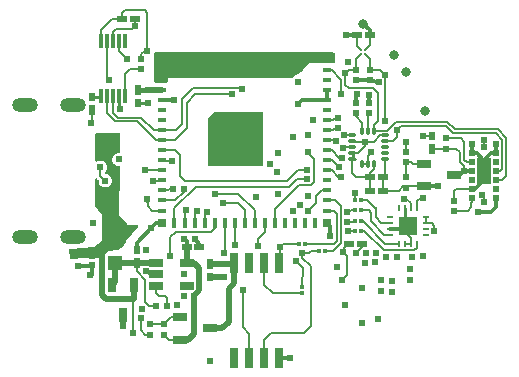
<source format=gtl>
G04 Layer: TopLayer*
G04 Panelize: , Column: 1, Row: 1, Board Size: 43.14mm x 33.02mm, Panelized Board Size: 43.14mm x 33.02mm*
G04 EasyEDA v6.5.42, 2024-06-18 11:53:45*
G04 3ed26e891263433bbece19e77b9ceb9f,9a4ed40c0dd746429eaf55b84663d2fb,10*
G04 Gerber Generator version 0.2*
G04 Scale: 100 percent, Rotated: No, Reflected: No *
G04 Dimensions in millimeters *
G04 leading zeros omitted , absolute positions ,4 integer and 5 decimal *
%FSLAX45Y45*%
%MOMM*%

%AMMACRO1*21,1,$1,$2,0,0,$3*%
%AMMACRO2*4,1,4,-0.2,0.4001,0.2,0.4001,0.2,-0.4001,-0.2,-0.4001,-0.2,0.4001,0*%
%AMMACRO3*4,1,4,-0.1999,0.4001,0.1999,0.4001,0.1999,-0.4001,-0.1999,-0.4001,-0.1999,0.4001,0*%
%ADD10C,0.2000*%
%ADD11C,0.5000*%
%ADD12C,0.1600*%
%ADD13C,0.3000*%
%ADD14C,0.2110*%
%ADD15C,0.2960*%
%ADD16C,0.4648*%
%ADD17C,0.2620*%
%ADD18C,0.2030*%
%ADD19C,0.3130*%
%ADD20C,0.2616*%
%ADD21R,1.1999X1.1999*%
%ADD22R,1.2500X0.7000*%
%ADD23MACRO1,0.54X0.5656X0.0000*%
%ADD24R,0.5400X0.5657*%
%ADD25R,1.2000X1.2000*%
%ADD26MACRO1,0.54X0.7901X0.0000*%
%ADD27R,0.5400X0.7901*%
%ADD28R,0.7112X1.7406*%
%ADD29MACRO1,0.54X0.5656X-90.0000*%
%ADD30R,0.7000X1.2500*%
%ADD31MACRO1,0.324X0.3031X-90.0000*%
%ADD32MACRO1,0.6223X1.1049X-90.0000*%
%ADD33MACRO1,0.54X0.7901X90.0000*%
%ADD34R,0.6000X0.5000*%
%ADD35R,0.3000X1.3000*%
%ADD36MACRO1,0.54X0.7901X-90.0000*%
%ADD37R,0.2500X0.6000*%
%ADD38R,0.6000X0.2500*%
%ADD39R,1.5000X1.5000*%
%ADD40MACRO1,0.324X0.3031X0.0000*%
%ADD41R,0.3240X0.3031*%
%ADD42O,0.7999984X0.2800096*%
%ADD43O,0.2800096X0.7999984*%
%ADD44R,0.8001X0.8001*%
%ADD45MACRO2*%
%ADD46MACRO3*%
%ADD47R,0.8001X0.4001*%
%ADD48R,0.5000X0.5000*%
%ADD49R,1.2000X2.3160*%
%ADD50O,2.1999956000000003X1.1999976*%
%ADD51C,0.8000*%
%ADD52C,0.6096*%
%ADD53C,0.6200*%
%ADD54C,0.0132*%

%LPD*%
G36*
X-459435Y1491538D02*
G01*
X-463296Y1492250D01*
X-466598Y1494434D01*
X-468833Y1497685D01*
X-469646Y1501597D01*
X-471271Y1660347D01*
X-470306Y1665833D01*
X-470306Y1737868D01*
X-469544Y1741728D01*
X-467309Y1745030D01*
X-464007Y1747266D01*
X-460146Y1748028D01*
X1048359Y1748028D01*
X1052271Y1747266D01*
X1055522Y1745030D01*
X1057757Y1741728D01*
X1058519Y1737868D01*
X1058519Y1668627D01*
X1057757Y1664766D01*
X1055573Y1661464D01*
X1052322Y1659280D01*
X1048512Y1658467D01*
X839114Y1655825D01*
X837184Y1654962D01*
X793140Y1596034D01*
X790549Y1593596D01*
X732586Y1555699D01*
X729640Y1554378D01*
X726541Y1553565D01*
X717651Y1549400D01*
X709625Y1543812D01*
X701802Y1535887D01*
X699363Y1534007D01*
X696722Y1532788D01*
X693826Y1532331D01*
X-120243Y1531315D01*
X-355955Y1529283D01*
X-356971Y1528318D01*
X-356311Y1502562D01*
X-356971Y1498600D01*
X-359156Y1495247D01*
X-362458Y1492961D01*
X-366369Y1492148D01*
G37*

%LPD*%
G36*
X-3759Y787349D02*
G01*
X-7670Y788111D01*
X-10922Y790295D01*
X-13157Y793597D01*
X-13919Y797509D01*
X-13919Y1181912D01*
X-13157Y1185824D01*
X-10922Y1189075D01*
X41503Y1241552D01*
X44805Y1243787D01*
X48717Y1244549D01*
X444550Y1244549D01*
X448462Y1243787D01*
X451713Y1241552D01*
X453948Y1238250D01*
X454710Y1234389D01*
X454710Y797509D01*
X453948Y793597D01*
X451713Y790295D01*
X448462Y788111D01*
X444550Y787349D01*
G37*

%LPD*%
G36*
X-1174445Y1219D02*
G01*
X-1178356Y1828D01*
X-1181760Y3860D01*
X-1184097Y7112D01*
X-1185011Y10972D01*
X-1187551Y76504D01*
X-1186942Y80365D01*
X-1184960Y83718D01*
X-1181862Y86055D01*
X-1178102Y87020D01*
X-978611Y100787D01*
X-977239Y101142D01*
X-913536Y150774D01*
X-912469Y152552D01*
X-910590Y371652D01*
X-910945Y373126D01*
X-966978Y448665D01*
X-968451Y451510D01*
X-969010Y454710D01*
X-969010Y671474D01*
X-968197Y675487D01*
X-965860Y678840D01*
X-962406Y680974D01*
X-958342Y681583D01*
X-954379Y680567D01*
X-950163Y676910D01*
X-943406Y670153D01*
X-941019Y666445D01*
X-939647Y651865D01*
X-937107Y642416D01*
X-932942Y633476D01*
X-927303Y625449D01*
X-920394Y618490D01*
X-912317Y612851D01*
X-903427Y608736D01*
X-893927Y606196D01*
X-884123Y605332D01*
X-874369Y606196D01*
X-864869Y608736D01*
X-855980Y612851D01*
X-847902Y618490D01*
X-840994Y625449D01*
X-835355Y633476D01*
X-831189Y642416D01*
X-828649Y651865D01*
X-827786Y661670D01*
X-828649Y671474D01*
X-831189Y680923D01*
X-835355Y689864D01*
X-840994Y697890D01*
X-847902Y704850D01*
X-855980Y710488D01*
X-864869Y714603D01*
X-874369Y717143D01*
X-879856Y717651D01*
X-883462Y718667D01*
X-886460Y720902D01*
X-888441Y724103D01*
X-889152Y728776D01*
X-888390Y732688D01*
X-886155Y735990D01*
X-881887Y740257D01*
X-876249Y748284D01*
X-872083Y757224D01*
X-869543Y766673D01*
X-868680Y776478D01*
X-869543Y786282D01*
X-872083Y795731D01*
X-876249Y804672D01*
X-881887Y812698D01*
X-888796Y819658D01*
X-896874Y825296D01*
X-905764Y829411D01*
X-915263Y831951D01*
X-925017Y832815D01*
X-934821Y831951D01*
X-944321Y829411D01*
X-953211Y825296D01*
X-957275Y823671D01*
X-961644Y823925D01*
X-965504Y825957D01*
X-968146Y829411D01*
X-969060Y833678D01*
X-969111Y1036116D01*
X-969365Y1056182D01*
X-968603Y1060145D01*
X-966419Y1063498D01*
X-963066Y1065682D01*
X-959103Y1066444D01*
X-767080Y1064869D01*
X-763168Y1064056D01*
X-759917Y1061821D01*
X-757732Y1058519D01*
X-757021Y1054608D01*
X-757275Y1031900D01*
X-757021Y1030681D01*
X-758291Y908913D01*
X-759002Y905256D01*
X-761034Y902055D01*
X-764032Y899871D01*
X-767638Y898906D01*
X-778916Y897991D01*
X-788365Y895451D01*
X-797255Y891336D01*
X-805332Y885698D01*
X-812241Y878738D01*
X-817880Y870712D01*
X-822045Y861771D01*
X-824585Y852322D01*
X-825449Y842518D01*
X-824585Y832713D01*
X-822045Y823264D01*
X-817880Y814324D01*
X-812241Y806297D01*
X-805332Y799338D01*
X-797255Y793699D01*
X-788365Y789584D01*
X-778865Y787044D01*
X-768959Y786180D01*
X-765352Y785114D01*
X-762355Y782878D01*
X-760374Y779627D01*
X-759714Y775919D01*
X-763981Y369062D01*
X-763524Y367436D01*
X-702208Y293065D01*
X-700430Y289864D01*
X-699922Y285597D01*
X-617321Y286105D01*
X-613562Y285445D01*
X-610311Y283413D01*
X-608076Y280314D01*
X-607110Y276656D01*
X-607568Y272846D01*
X-609396Y269494D01*
X-705408Y152806D01*
X-705713Y145592D01*
X-706374Y142443D01*
X-707948Y139649D01*
X-743458Y95707D01*
X-746963Y92913D01*
X-751281Y91897D01*
X-762304Y91795D01*
X-779627Y74523D01*
X-782878Y72390D01*
X-786638Y71577D01*
X-858570Y70510D01*
X-859282Y63398D01*
X-860399Y59690D01*
X-862787Y56692D01*
X-866089Y54813D01*
X-872845Y52476D01*
X-877722Y49428D01*
X-881786Y45313D01*
X-884885Y40436D01*
X-886764Y34950D01*
X-887476Y28702D01*
X-888746Y24892D01*
X-891336Y21793D01*
X-894943Y20015D01*
X-951585Y4724D01*
X-954430Y4368D01*
X-1053744Y6350D01*
G37*

%LPD*%
G36*
X217271Y1226108D02*
G01*
X157276Y1166114D01*
X157276Y1106119D01*
X277266Y1106119D01*
X277266Y1226108D01*
G37*
D10*
X-450263Y-401988D02*
G01*
X-455089Y-397162D01*
X-513509Y-397162D01*
X-544497Y-366174D01*
X-544497Y-179230D01*
X-618919Y-104808D01*
X-618919Y-34958D01*
D11*
X-639493Y-221140D02*
G01*
X-639493Y-338996D01*
X-876221Y-338996D01*
X-911019Y-304198D01*
X-911019Y62831D01*
D10*
X-455879Y-130741D02*
G01*
X-511858Y-130741D01*
X-536089Y-106509D01*
X466930Y304388D02*
G01*
X466930Y226661D01*
X408891Y168622D01*
X408891Y104995D01*
D12*
X783414Y-241460D02*
G01*
X788240Y-77884D01*
X731344Y-17432D01*
X832792Y402302D02*
G01*
X903902Y473412D01*
X903902Y536120D01*
X946988Y579211D01*
X997031Y579211D01*
X926238Y68092D02*
G01*
X861001Y68092D01*
X845101Y52189D01*
X785700Y52189D01*
D13*
X589193Y-836924D02*
G01*
X590908Y-835210D01*
X680392Y-835210D01*
D10*
X-992883Y1258155D02*
G01*
X-992883Y1161034D01*
X-1001778Y1152136D01*
X127081Y304388D02*
G01*
X127081Y50566D01*
X125402Y48887D01*
D13*
X2427450Y893958D02*
G01*
X2385456Y895601D01*
X2318148Y828294D01*
X2318148Y817869D01*
X2217465Y893958D02*
G01*
X2260488Y893574D01*
X2318148Y835913D01*
X2318148Y817869D01*
X2217465Y968961D02*
G01*
X2217465Y893958D01*
X2217465Y593958D02*
G01*
X2250071Y594360D01*
X2321956Y666244D01*
X2321956Y742939D01*
X2427450Y968961D02*
G01*
X2427450Y893958D01*
D12*
X2427437Y668873D02*
G01*
X2478001Y668873D01*
X2508387Y699254D01*
X2508387Y1011425D01*
D13*
X2217460Y743958D02*
G01*
X2215019Y746396D01*
X2153998Y746396D01*
D12*
X2322469Y478962D02*
G01*
X2322469Y529336D01*
X2308202Y543603D01*
X2322469Y1008959D02*
G01*
X2322469Y944585D01*
X2321384Y943500D01*
D11*
X-523669Y1429351D02*
G01*
X-403019Y1429351D01*
D13*
X1352359Y1320380D02*
G01*
X1346964Y1325775D01*
X1346964Y1389118D01*
X997005Y304325D02*
G01*
X1021793Y279539D01*
X1021793Y189603D01*
D10*
X1391879Y804631D02*
G01*
X1391879Y763483D01*
X1354581Y726186D01*
X1358574Y722193D01*
X1358574Y689564D01*
D12*
X-403019Y919319D02*
G01*
X-292275Y919319D01*
X-250111Y877409D01*
X-250111Y700879D01*
X-209217Y659731D01*
X651842Y659731D01*
X825908Y756607D02*
G01*
X748710Y756607D01*
X651837Y659734D01*
D13*
X-495297Y261612D02*
G01*
X-452584Y304325D01*
X-402993Y304325D01*
X-618919Y74007D02*
G01*
X-618919Y137990D01*
X-495297Y261612D01*
X-997884Y-52230D02*
G01*
X-999162Y-137068D01*
X-1000841Y-135389D01*
X-1013711Y-135389D01*
X-997965Y-52196D02*
G01*
X-1002017Y-56248D01*
X-1117856Y-56248D01*
D10*
X1481902Y1044608D02*
G01*
X1445166Y1044608D01*
X1393256Y992700D01*
X1313690Y992700D01*
X1358470Y689449D02*
G01*
X1356438Y572355D01*
D13*
X1248234Y1893917D02*
G01*
X1157556Y1892139D01*
X1247726Y1391759D02*
G01*
X1235270Y1379303D01*
X1235270Y1319126D01*
X1236550Y1514949D02*
G01*
X1356438Y1514695D01*
X997005Y1344330D02*
G01*
X784016Y1344330D01*
X749302Y1309616D01*
X997000Y1429318D02*
G01*
X997000Y1344330D01*
X1300612Y1991888D02*
G01*
X1357320Y1935180D01*
X1357320Y1893945D01*
D12*
X1291922Y1084673D02*
G01*
X1291922Y1150967D01*
X1235280Y1207609D01*
X1235280Y1232501D01*
X1232639Y497070D02*
G01*
X1232689Y497121D01*
X1232689Y553788D01*
X1114808Y1399786D02*
G01*
X1114808Y1518584D01*
X1034115Y1599277D01*
X997031Y1599277D01*
X-402993Y834321D02*
G01*
X-401530Y832858D01*
X-318767Y832858D01*
X-816785Y1377027D02*
G01*
X-816785Y1237581D01*
X-775383Y1196433D01*
X-581835Y1196433D01*
X-474901Y1089245D01*
X-403019Y1089245D01*
D10*
X297007Y304325D02*
G01*
X297007Y414309D01*
X241170Y470146D01*
X113286Y470146D01*
X381988Y304325D02*
G01*
X381988Y411767D01*
X243268Y550486D01*
X47398Y550486D01*
D12*
X-403019Y749393D02*
G01*
X-545259Y748377D01*
X-403019Y664303D02*
G01*
X-406118Y661205D01*
X-478203Y661205D01*
X1230866Y239034D02*
G01*
X1228831Y236999D01*
X1170586Y236999D01*
X1230096Y318023D02*
G01*
X1225882Y313809D01*
X1165202Y313809D01*
D11*
X-196009Y-35720D02*
G01*
X-195501Y99661D01*
X-734387Y-471177D02*
G01*
X-734387Y-567623D01*
X-734113Y-567900D01*
D10*
X-884171Y661662D02*
G01*
X-925070Y702561D01*
X-925070Y720846D01*
X-925070Y776475D01*
D12*
X1356438Y1601307D02*
G01*
X1440667Y1601307D01*
X1486486Y1555488D01*
X1486489Y1555485D01*
X1486489Y1170122D01*
X1303393Y804585D02*
G01*
X1303446Y804638D01*
X1341884Y804638D01*
X1341884Y1084623D02*
G01*
X1341884Y1223332D01*
X1352359Y1233807D01*
X1318265Y1771528D02*
G01*
X1357320Y1810583D01*
X1357320Y1893945D01*
X1278285Y1771528D02*
G01*
X1248303Y1801510D01*
X1248303Y1893945D01*
X1278285Y1731548D02*
G01*
X1236553Y1689816D01*
X1236553Y1601525D01*
X1318265Y1731548D02*
G01*
X1356441Y1693372D01*
X1356441Y1601271D01*
D13*
X-304975Y1344007D02*
G01*
X-403019Y1344261D01*
D12*
X-402996Y1089314D02*
G01*
X-288719Y1089314D01*
D10*
X-916861Y1847181D02*
G01*
X-916861Y1939129D01*
X-825675Y2030061D01*
X-740331Y2030061D01*
X-740331Y2030061D02*
G01*
X-740331Y2083909D01*
X-714169Y2109817D01*
X-551609Y2109817D01*
X-526463Y2084671D01*
X-526463Y1764123D01*
X-816785Y1847181D02*
G01*
X-816785Y1924397D01*
X-793417Y1947765D01*
X-656003Y1947765D01*
X-631111Y1972657D01*
X-631111Y1972657D02*
G01*
X-631111Y1972657D01*
X-631111Y2030061D01*
X-578025Y1691225D02*
G01*
X-578025Y1734151D01*
X-548053Y1764123D01*
X-526463Y1764123D01*
X-766780Y1847103D02*
G01*
X-766780Y1758569D01*
X-698700Y1690489D01*
D14*
X-716760Y1377104D02*
G01*
X-716760Y1563773D01*
X-675896Y1604637D01*
X-578004Y1604637D01*
D15*
X-520113Y1319979D02*
G01*
X-521004Y1320871D01*
X-606976Y1320871D01*
D16*
X-523669Y1429453D02*
G01*
X-524073Y1429857D01*
X-606976Y1429857D01*
D17*
X-992883Y1367172D02*
G01*
X-926693Y1367172D01*
X-916762Y1377104D01*
X-766767Y1377104D02*
G01*
X-766767Y1273771D01*
X-758111Y1265115D01*
D18*
X-455851Y-225712D02*
G01*
X-456359Y-285910D01*
X-429689Y-312580D01*
X-381175Y-312580D01*
X-363903Y-330106D01*
X-363903Y-401988D01*
D10*
X42014Y304337D02*
G01*
X41394Y258003D01*
X14097Y230698D01*
X-288594Y230698D01*
X-334210Y185084D01*
X-334210Y27602D01*
D11*
X-455851Y-35720D02*
G01*
X-618919Y-34958D01*
X-618995Y-34958D02*
G01*
X-623237Y-30716D01*
X-801621Y-30716D01*
X-829383Y-221241D02*
G01*
X-801618Y-193476D01*
X-801618Y-30716D01*
D12*
X-332407Y1089245D02*
G01*
X-281099Y1089245D01*
X-232585Y1138013D01*
X-232585Y1353405D01*
X-137843Y1448147D01*
X269826Y1448147D01*
X277954Y1440019D01*
X-866823Y1378297D02*
G01*
X-866823Y1233771D01*
X-798243Y1165191D01*
X-615871Y1165191D01*
X-454835Y1004409D01*
X-291005Y1004409D01*
X-190421Y1104739D01*
X-190421Y1322163D01*
X-120825Y1391759D01*
X187784Y1391759D01*
D13*
X-86461Y99568D02*
G01*
X-86461Y126359D01*
X-127505Y167403D01*
X-213890Y167098D02*
G01*
X-213890Y167088D01*
X-195478Y148676D01*
X-195478Y99568D01*
D10*
X-866780Y1847103D02*
G01*
X-866780Y1526794D01*
X-853488Y1513502D01*
D12*
X2217470Y818967D02*
G01*
X2177127Y818967D01*
X2156998Y839096D01*
X2156998Y989995D01*
X2126912Y1020081D01*
X2004291Y1020081D01*
X1588340Y1088991D02*
G01*
X1622376Y1123027D01*
X1999566Y1123027D01*
X2060526Y1062067D01*
X2422222Y1062067D01*
X2476832Y1007457D01*
X2476832Y759807D01*
X2461084Y744059D01*
X2427556Y744059D01*
X1886028Y933797D02*
G01*
X2004392Y933543D01*
X1280947Y497070D02*
G01*
X1332936Y497070D01*
X1401894Y428106D01*
X1827618Y354284D02*
G01*
X1827618Y304302D01*
D17*
X1677624Y279082D02*
G01*
X1652597Y304078D01*
X1652597Y429094D01*
D19*
X1527606Y254284D02*
G01*
X1652846Y254284D01*
X1677624Y279082D01*
D12*
X1827740Y304355D02*
G01*
X1878291Y304355D01*
X1903199Y279450D01*
X1903199Y232503D01*
D10*
X1652770Y129087D02*
G01*
X1652770Y128295D01*
X1702777Y129095D01*
D12*
X1494751Y204271D02*
G01*
X1527520Y204271D01*
X1279222Y239107D02*
G01*
X1308940Y239107D01*
X1476072Y71975D01*
X1496392Y71975D01*
X1404444Y435703D02*
G01*
X1404444Y351375D01*
X1451180Y304385D01*
X1527634Y304385D01*
X1602818Y129125D02*
G01*
X1486486Y129125D01*
X1297510Y318101D01*
X1278460Y318101D01*
D10*
X1465653Y572861D02*
G01*
X1599463Y572861D01*
X1641096Y614494D01*
X1815746Y614494D01*
D12*
X1663778Y689449D02*
G01*
X1661746Y816195D01*
X1815746Y804486D02*
G01*
X1718812Y804486D01*
X1707078Y816218D01*
X1661698Y816218D01*
X2217465Y518972D02*
G01*
X2215779Y438147D01*
X2067384Y406493D02*
G01*
X2183970Y406493D01*
X2215720Y438243D01*
X2217498Y593945D02*
G01*
X2087958Y593945D01*
X2067384Y573371D01*
X2067384Y493107D01*
X1732452Y71912D02*
G01*
X1752805Y92262D01*
X1752805Y129092D01*
X2004392Y933543D02*
G01*
X2087704Y933543D01*
X2115898Y905349D01*
X2115898Y820259D01*
X2153998Y782159D01*
X2153998Y746345D01*
D13*
X2427556Y519015D02*
G01*
X2427556Y442561D01*
X2384376Y399635D01*
X2273632Y399635D01*
X2153996Y746399D02*
G01*
X2117087Y709490D01*
X2065672Y709490D01*
X1815736Y614494D02*
G01*
X1930796Y614494D01*
D12*
X1661746Y902809D02*
G01*
X1659206Y991201D01*
X1229339Y410966D02*
G01*
X1196660Y410966D01*
X1179893Y394200D01*
X1165506Y394200D01*
D10*
X1202004Y894684D02*
G01*
X1255857Y894684D01*
X1313690Y952517D01*
X1313690Y992700D01*
D12*
X1496486Y71912D02*
G01*
X1732452Y71912D01*
X1702625Y429092D02*
G01*
X1702625Y470870D01*
X1664995Y508500D01*
X1644906Y508500D01*
X1752678Y428337D02*
G01*
X1752678Y488281D01*
X1772490Y508093D01*
X1806780Y511903D01*
X1277698Y411065D02*
G01*
X1345516Y411065D01*
X1365074Y391507D01*
X1365074Y316831D01*
X1477596Y204309D01*
X1527634Y204309D01*
X1177592Y129908D02*
G01*
X1127998Y80314D01*
X1127998Y56100D01*
X1128092Y55973D02*
G01*
X1163906Y20159D01*
X1163906Y-134018D01*
X1116916Y-181008D01*
X1286588Y129887D02*
G01*
X1286588Y96867D01*
X1236042Y46321D01*
D10*
X1702894Y129125D02*
G01*
X1701878Y178401D01*
X1677748Y202277D01*
X1677748Y278985D01*
X1886028Y1042763D02*
G01*
X1806780Y1042763D01*
X1358470Y689449D02*
G01*
X1240106Y691481D01*
X1202006Y729835D01*
X1202006Y844643D01*
X1341965Y804511D02*
G01*
X1341704Y870554D01*
X1368300Y897150D01*
X1368300Y907788D01*
X1465658Y572355D02*
G01*
X1467690Y689449D01*
X1467589Y689551D02*
G01*
X1481889Y703851D01*
X1481889Y844618D01*
D12*
X1391998Y1084673D02*
G01*
X1391998Y1131663D01*
X1425018Y1164937D01*
X1425018Y1406237D01*
X1385902Y1445607D01*
X1177622Y1445607D01*
X1148412Y1474817D01*
X1148412Y1573369D01*
X1176606Y1601563D01*
X1236550Y1601563D01*
D13*
X1356438Y1514695D02*
G01*
X1361236Y1509897D01*
X1393197Y1509897D01*
X1409697Y1493398D01*
X1431897Y1493398D01*
D12*
X783414Y-289720D02*
G01*
X532462Y-289720D01*
X462104Y-219616D01*
X462104Y-37752D01*
X785700Y52163D02*
G01*
X785700Y8729D01*
X854026Y-59596D01*
X854026Y-569374D01*
X797638Y-625762D01*
X520270Y-625762D01*
X462104Y-683928D01*
X462104Y-836836D01*
D11*
X-249763Y-683892D02*
G01*
X-186202Y-683892D01*
X-136192Y-633884D01*
X-136192Y-313799D01*
X-88806Y-266412D01*
X-88806Y-77101D01*
X-130081Y-35821D01*
X-195887Y-35821D01*
X208206Y-37879D02*
G01*
X205793Y-40292D01*
X4803Y-40292D01*
D12*
X281002Y-260764D02*
G01*
X281002Y-576994D01*
X337136Y-632874D01*
X337136Y-845472D01*
D10*
X-507591Y-555505D02*
G01*
X-506702Y-554616D01*
X-389102Y-554616D01*
X-389100Y-554616D02*
G01*
X-328391Y-493908D01*
X-282059Y-493908D01*
X-389100Y-641179D02*
G01*
X-346387Y-683892D01*
X-249763Y-683892D01*
X-507669Y-642015D02*
G01*
X-545683Y-642015D01*
X-581403Y-606295D01*
X-581403Y-502495D01*
D11*
X78Y-588932D02*
G01*
X101424Y-588932D01*
X159590Y-530766D01*
X159590Y-256700D01*
X208104Y-208186D01*
X208104Y-38006D01*
X4808Y-149308D02*
G01*
X4909Y-149410D01*
X124792Y-149410D01*
D10*
X-403019Y409287D02*
G01*
X-486331Y409287D01*
X-524431Y447387D01*
X-526463Y507331D01*
X-649805Y-624288D02*
G01*
X-649805Y-338996D01*
X1201882Y994620D02*
G01*
X1203802Y992700D01*
X1313690Y992700D01*
D12*
X1481914Y994757D02*
G01*
X1550240Y994757D01*
X1588340Y1032603D01*
X1588340Y1088991D01*
X2508328Y1011521D02*
G01*
X2508328Y1026761D01*
X2437462Y1097627D01*
X2074242Y1097627D01*
X2010742Y1161127D01*
X1581228Y1161127D01*
X1504774Y1084673D01*
X1391998Y1084673D01*
D20*
X1213436Y894681D02*
G01*
X1213436Y842865D01*
X1228676Y842865D01*
D12*
X-403019Y494377D02*
G01*
X-291513Y494377D01*
X-218615Y567275D01*
X-218615Y592421D01*
X-298119Y303877D02*
G01*
X-298119Y430575D01*
X-118000Y610707D01*
X674720Y610707D01*
X742617Y678604D01*
X825604Y678604D01*
X-213001Y304337D02*
G01*
X-213001Y395089D01*
X-196796Y411294D01*
X-127985Y304337D02*
G01*
X-127985Y384119D01*
X-106499Y405604D01*
X-25803Y392701D02*
G01*
X-43004Y375500D01*
X-43004Y304325D01*
X-403019Y579213D02*
G01*
X-353235Y579467D01*
X-343329Y589373D01*
X-307515Y589373D01*
D10*
X552020Y304385D02*
G01*
X552020Y419955D01*
X754204Y622139D01*
X854788Y622139D01*
X881966Y649317D01*
X881966Y844135D01*
X830150Y896205D01*
X830150Y903317D01*
D12*
X997005Y834321D02*
G01*
X1034971Y834321D01*
X1093802Y775489D01*
X1093802Y774590D01*
X997005Y919340D02*
G01*
X1032751Y919345D01*
X1096810Y855286D01*
X1116586Y855286D01*
X997005Y1004326D02*
G01*
X1069494Y1004326D01*
X1069494Y995088D01*
X1127686Y935702D02*
G01*
X1136599Y944615D01*
X1201882Y944615D01*
X1134950Y1052415D02*
G01*
X1142748Y1044618D01*
X1201879Y1044618D01*
X997005Y1089314D02*
G01*
X1043998Y1089306D01*
X1066187Y1111496D01*
X1087198Y1111496D01*
X997028Y1174335D02*
G01*
X1045288Y1174335D01*
X1059512Y1188559D01*
X1088722Y1188559D01*
X997028Y749393D02*
G01*
X1032334Y749393D01*
X1090500Y691227D01*
X1108280Y691227D01*
X804242Y128363D02*
G01*
X1054686Y128363D01*
X1077546Y151223D01*
X1077546Y383633D01*
X1051892Y409287D01*
X997028Y409287D01*
X594601Y-37800D02*
G01*
X594601Y102897D01*
X595505Y103802D01*
X594601Y102897D01*
X594601Y96319D01*
X594601Y103576D01*
X595505Y103802D02*
G01*
X620095Y128391D01*
X668083Y128391D01*
X755855Y128391D01*
D10*
X212702Y113987D02*
G01*
X211914Y114774D01*
X211914Y304388D01*
D12*
X997028Y494377D02*
G01*
X1062306Y494377D01*
X1110566Y446117D01*
X1110566Y132681D01*
X1046050Y68165D01*
X974422Y68165D01*
D21*
G01*
X52250Y1011953D03*
G01*
X52250Y846955D03*
G01*
X217248Y846955D03*
G01*
X382247Y846955D03*
G01*
X382247Y1011953D03*
G01*
X382247Y1176952D03*
G01*
X217248Y1176952D03*
G01*
X217248Y1011953D03*
D22*
G01*
X180Y-588906D03*
G01*
X-249781Y-683902D03*
G01*
X-249781Y-493910D03*
D23*
G01*
X-389100Y-554615D03*
D24*
G01*
X-389100Y-641179D03*
D23*
G01*
X-507598Y-642082D03*
D24*
G01*
X-507591Y-555505D03*
D25*
G01*
X-801621Y289196D03*
G01*
X-801621Y-30792D03*
D26*
G01*
X4800Y-40294D03*
D27*
G01*
X4803Y-149308D03*
D28*
G01*
X208206Y-836937D03*
G01*
X335206Y-836937D03*
G01*
X462206Y-836937D03*
G01*
X589206Y-836937D03*
G01*
X589206Y-37879D03*
G01*
X462206Y-37879D03*
G01*
X335206Y-37879D03*
G01*
X208206Y-37879D03*
D29*
G01*
X-450381Y-401998D03*
G01*
X-363815Y-401998D03*
D30*
G01*
X-734387Y-471177D03*
G01*
X-829383Y-221241D03*
G01*
X-639391Y-221241D03*
D31*
G01*
X1230937Y239107D03*
G01*
X1279248Y239107D03*
G01*
X1230175Y318101D03*
G01*
X1278486Y318101D03*
G01*
X1229413Y411065D03*
G01*
X1277724Y411065D03*
G01*
X1232715Y497171D03*
G01*
X1281026Y497171D03*
D26*
G01*
X-992886Y1258166D03*
D27*
G01*
X-992883Y1367172D03*
D32*
G01*
X-195879Y-225783D03*
G01*
X-195879Y-35834D03*
G01*
X-455884Y-35831D03*
G01*
X-455884Y-130746D03*
G01*
X-455881Y-225778D03*
D23*
G01*
X-1117854Y30328D03*
D24*
G01*
X-1117851Y-56243D03*
D33*
G01*
X-86464Y99568D03*
G01*
X-195474Y99568D03*
D26*
G01*
X-618997Y-34947D03*
D27*
G01*
X-618995Y74058D03*
D34*
G01*
X-997963Y-52204D03*
G01*
X-997963Y27805D03*
D35*
G01*
X-916759Y1377104D03*
G01*
X-866772Y1377104D03*
G01*
X-816785Y1377104D03*
G01*
X-766772Y1377104D03*
G01*
X-716760Y1377104D03*
G01*
X-716785Y1847080D03*
G01*
X-766772Y1847080D03*
G01*
X-816759Y1847080D03*
G01*
X-866772Y1847080D03*
G01*
X-916785Y1847080D03*
D36*
G01*
X1248305Y1893945D03*
G01*
X1357317Y1893945D03*
D26*
G01*
X-606978Y1429870D03*
D27*
G01*
X-606981Y1320868D03*
D37*
G01*
X1602767Y129100D03*
G01*
X1652780Y129100D03*
G01*
X1702767Y129100D03*
G01*
X1752780Y129100D03*
D38*
G01*
X1827608Y204284D03*
G01*
X1827608Y254297D03*
G01*
X1827608Y304284D03*
G01*
X1827608Y354296D03*
D37*
G01*
X1752627Y429099D03*
G01*
X1702615Y429099D03*
G01*
X1652628Y429099D03*
G01*
X1602767Y429099D03*
D38*
G01*
X1527609Y354296D03*
G01*
X1527609Y304284D03*
G01*
X1527609Y254297D03*
G01*
X1527609Y204284D03*
D39*
G01*
X1677621Y279087D03*
D23*
G01*
X-578022Y1691189D03*
D24*
G01*
X-578025Y1604611D03*
D33*
G01*
X1467589Y689564D03*
G01*
X1358577Y689564D03*
D23*
G01*
X1235268Y1232548D03*
D24*
G01*
X1235280Y1319115D03*
D23*
G01*
X1352362Y1233818D03*
D24*
G01*
X1352374Y1320385D03*
D33*
G01*
X1465557Y572470D03*
G01*
X1356545Y572470D03*
D31*
G01*
X926241Y68099D03*
G01*
X974552Y68099D03*
G01*
X755843Y128399D03*
G01*
X804153Y128399D03*
D40*
G01*
X783297Y-289653D03*
D41*
G01*
X783287Y-241333D03*
D42*
G01*
X1481889Y844618D03*
G01*
X1481889Y894631D03*
G01*
X1481889Y944618D03*
G01*
X1481889Y994630D03*
G01*
X1481889Y1044618D03*
D43*
G01*
X1391871Y1084623D03*
G01*
X1341884Y1084623D03*
G01*
X1291871Y1084623D03*
D42*
G01*
X1201879Y1044618D03*
G01*
X1201879Y994630D03*
G01*
X1201879Y944618D03*
G01*
X1201879Y894631D03*
G01*
X1201879Y844618D03*
D43*
G01*
X1291871Y804638D03*
G01*
X1341884Y804638D03*
G01*
X1391871Y804638D03*
D44*
G01*
X-402993Y1704306D03*
D45*
G01*
X-298000Y1704319D03*
G01*
X-212986Y1704319D03*
G01*
X-127998Y1704319D03*
G01*
X-42984Y1704319D03*
G01*
X42003Y1704319D03*
D46*
G01*
X127005Y1704319D03*
D45*
G01*
X212006Y1704319D03*
G01*
X382008Y1704319D03*
D46*
G01*
X297007Y1704319D03*
G01*
X467009Y1704319D03*
D45*
G01*
X552010Y1704319D03*
G01*
X636998Y1704319D03*
G01*
X722012Y1704319D03*
G01*
X807001Y1704319D03*
G01*
X892014Y1704319D03*
D44*
G01*
X997003Y1704306D03*
D47*
G01*
X997003Y1599303D03*
G01*
X997003Y1514314D03*
G01*
X997003Y1429326D03*
G01*
X997003Y1344312D03*
G01*
X997003Y1259298D03*
G01*
X997003Y1174310D03*
G01*
X997003Y1089296D03*
G01*
X997003Y1004333D03*
G01*
X997003Y919319D03*
G01*
X997003Y834306D03*
G01*
X997003Y749317D03*
G01*
X997003Y664303D03*
G01*
X997003Y579315D03*
G01*
X997003Y494301D03*
G01*
X997003Y409313D03*
D44*
G01*
X997003Y304309D03*
D45*
G01*
X892014Y304322D03*
G01*
X807001Y304322D03*
G01*
X722012Y304322D03*
G01*
X636998Y304322D03*
G01*
X552010Y304322D03*
D46*
G01*
X467009Y304322D03*
D45*
G01*
X382008Y304322D03*
D46*
G01*
X297007Y304322D03*
D45*
G01*
X212006Y304322D03*
D46*
G01*
X127005Y304322D03*
D45*
G01*
X42003Y304322D03*
G01*
X-42984Y304322D03*
G01*
X-127998Y304322D03*
G01*
X-212986Y304322D03*
G01*
X-298000Y304322D03*
D44*
G01*
X-402993Y304309D03*
D47*
G01*
X-402993Y409313D03*
G01*
X-402993Y494301D03*
G01*
X-402993Y579315D03*
G01*
X-402993Y664303D03*
G01*
X-402993Y749317D03*
G01*
X-402993Y834306D03*
G01*
X-402993Y919319D03*
G01*
X-402993Y1004333D03*
G01*
X-402993Y1089296D03*
G01*
X-402993Y1174310D03*
G01*
X-402993Y1259298D03*
G01*
X-402993Y1344312D03*
G01*
X-402993Y1429326D03*
G01*
X-402993Y1599303D03*
G01*
X-402993Y1514314D03*
D10*
G01*
X1318262Y1771515D03*
G01*
X1318262Y1731535D03*
G01*
X1278282Y1771515D03*
G01*
X1278282Y1731535D03*
D23*
G01*
X1236553Y1514961D03*
D24*
G01*
X1236550Y1601538D03*
D23*
G01*
X1356441Y1514707D03*
D24*
G01*
X1356438Y1601284D03*
D36*
G01*
X-740224Y2030176D03*
G01*
X-631212Y2030176D03*
D48*
G01*
X2217473Y518965D03*
G01*
X2217473Y593971D03*
G01*
X2217473Y668952D03*
G01*
X2217473Y743958D03*
G01*
X2217473Y818964D03*
G01*
X2217473Y893970D03*
G01*
X2217473Y968951D03*
G01*
X2322476Y478960D03*
D49*
G01*
X2322476Y743958D03*
D48*
G01*
X2322476Y1008956D03*
G01*
X2427455Y518965D03*
G01*
X2427455Y593971D03*
G01*
X2427455Y668952D03*
G01*
X2427455Y743958D03*
G01*
X2427455Y818964D03*
G01*
X2427455Y893970D03*
G01*
X2427455Y968951D03*
D22*
G01*
X2065657Y709490D03*
G01*
X1815721Y614494D03*
G01*
X1815721Y804486D03*
D36*
G01*
X1177592Y129900D03*
G01*
X1286603Y129900D03*
D23*
G01*
X1661695Y816215D03*
D24*
G01*
X1661695Y902784D03*
D23*
G01*
X2067295Y492982D03*
D24*
G01*
X2067283Y406417D03*
D23*
G01*
X2004296Y1020080D03*
D24*
G01*
X2004291Y933518D03*
D23*
G01*
X1663796Y689479D03*
D24*
G01*
X1663804Y602912D03*
D26*
G01*
X1886097Y933691D03*
D27*
G01*
X1886104Y1042713D03*
D50*
G01*
X-1160447Y181907D03*
G01*
X-1560446Y181907D03*
G01*
X-1160447Y1305882D03*
G01*
X-1560446Y1305882D03*
D51*
G01*
X1562254Y1730265D03*
G01*
X1300609Y1991885D03*
G01*
X1823900Y1249697D03*
G01*
X1661695Y1582234D03*
D52*
G01*
X-520113Y1319979D03*
G01*
X1903199Y232503D03*
G01*
X-526463Y1764225D03*
G01*
X-758111Y1265115D03*
G01*
X-523669Y1429453D03*
G01*
X277954Y1440121D03*
G01*
X187784Y1391861D03*
G01*
X-299641Y1599379D03*
G01*
X-304975Y1344109D03*
G01*
X-853488Y1513502D03*
G01*
X-698700Y1690489D03*
G01*
X-631111Y1972657D03*
G01*
X-1001773Y1152136D03*
G01*
X1114808Y1399786D03*
G01*
X1486486Y1170119D03*
G01*
X1588264Y1088890D03*
G01*
X1806907Y511802D03*
G01*
X-925065Y776470D03*
G01*
X-884171Y661662D03*
G01*
X47398Y550486D03*
G01*
X113286Y470146D03*
G01*
X-910333Y433824D03*
G01*
X-907539Y1011674D03*
G01*
X-734108Y-567900D03*
G01*
X-649805Y-624288D03*
G01*
X-273606Y-387306D03*
G01*
X212702Y113987D03*
G01*
X125402Y48887D03*
G01*
X-217802Y-316796D03*
G01*
X408891Y104995D03*
G01*
X731395Y-17406D03*
G01*
X832792Y402302D03*
G01*
X281104Y-260713D03*
G01*
X-25803Y392701D03*
G01*
X1116840Y-181109D03*
G01*
X1127991Y56100D03*
G01*
X1232689Y553788D03*
G01*
X1165506Y394200D03*
G01*
X1165202Y313809D03*
G01*
X-545335Y748276D03*
G01*
X-478203Y661205D03*
G01*
X-218691Y592320D03*
G01*
X-307591Y589272D03*
G01*
X825604Y678604D03*
G01*
X767692Y455998D03*
G01*
X574296Y731512D03*
G01*
X706198Y401388D03*
G01*
X514682Y805781D03*
G01*
X825908Y756607D03*
G01*
X-318767Y832858D03*
G01*
X2308202Y543603D03*
G01*
X2321384Y943500D03*
G01*
X2153998Y746396D03*
G01*
X1108204Y691202D03*
G01*
X1093802Y774590D03*
G01*
X1116586Y855286D03*
G01*
X1069494Y995088D03*
G01*
X1088697Y1188585D03*
G01*
X1087198Y1111496D03*
G01*
X140972Y1076952D03*
G01*
X134114Y931410D03*
G01*
X300230Y1080508D03*
G01*
X296674Y931410D03*
G01*
X1148336Y1573268D03*
G01*
X1486486Y1555488D03*
G01*
X745797Y1500598D03*
G01*
X706630Y1032756D03*
G01*
X392940Y526534D03*
G01*
X749302Y1309616D03*
G01*
X1431902Y1493385D03*
G01*
X1247726Y1391759D03*
G01*
X1157556Y1892139D03*
G01*
X1313690Y992700D03*
G01*
X874499Y1173599D03*
G01*
X2318133Y817872D03*
G01*
X2273708Y399610D03*
G01*
X1677621Y279087D03*
G01*
X1235991Y46194D03*
G01*
X-989073Y302252D03*
G01*
X-1013711Y-135389D03*
G01*
X-769109Y842510D03*
G01*
X-495297Y261612D03*
G01*
X-220799Y-128988D03*
G01*
X612Y-867011D03*
G01*
X-213890Y167098D03*
G01*
X-127505Y167403D03*
G01*
X830099Y903292D03*
G01*
X1368300Y907788D03*
G01*
X1078994Y-70619D03*
G01*
X1452628Y-267977D03*
G01*
X1021793Y189603D03*
G01*
X2321943Y742942D03*
G01*
X2323238Y667504D03*
G01*
X1346964Y1389118D03*
G01*
X1170586Y236999D03*
G01*
X1314198Y-32519D03*
G01*
X1402844Y-30233D03*
G01*
X1452882Y-181617D03*
G01*
X1543052Y-183649D03*
G01*
X1696468Y-178061D03*
G01*
X1694436Y-88653D03*
G01*
X1541274Y-280423D03*
G01*
X1425450Y-505213D03*
G01*
X1148158Y-394114D03*
G01*
X1290652Y-543974D03*
G01*
X1290652Y-244000D03*
G01*
X785700Y52189D03*
G01*
X595505Y103802D03*
G01*
X-136192Y-313799D03*
G01*
X-334210Y27602D03*
D53*
G01*
X-535505Y77563D03*
G01*
X-571192Y-420301D03*
D52*
G01*
X680392Y-835210D03*
G01*
X1930783Y614494D03*
G01*
X574499Y896993D03*
G01*
X830988Y529506D03*
G01*
X834011Y1049393D03*
G01*
X580189Y551400D03*
G01*
X1659206Y991201D03*
G01*
X1644906Y508500D03*
G01*
X1807491Y21887D03*
G01*
X1711505Y14394D03*
G01*
X1587908Y16197D03*
G01*
X1492201Y16502D03*
G01*
X1410591Y48607D03*
G01*
X1322402Y47998D03*
G01*
X1806907Y1042789D03*
G01*
X1169088Y1668289D03*
D53*
G01*
X-536089Y-106509D03*
G01*
X-581403Y-502495D03*
D52*
G01*
X124792Y-149410D03*
G01*
X-526488Y507306D03*
G01*
X-196796Y411294D03*
G01*
X-106499Y405604D03*
G01*
X1127686Y935702D03*
G01*
X1134950Y1052415D03*
M02*

</source>
